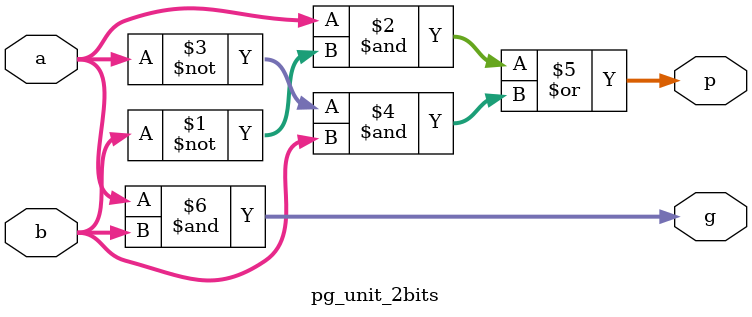
<source format=v>
module pg_unit_2bits
(
input [1:0] a, b,
output [1:0] p, g
);
//assign p = a ^ l;
assign p = (a & ~b) | (~a & b);
assign g = a & b;
endmodule

</source>
